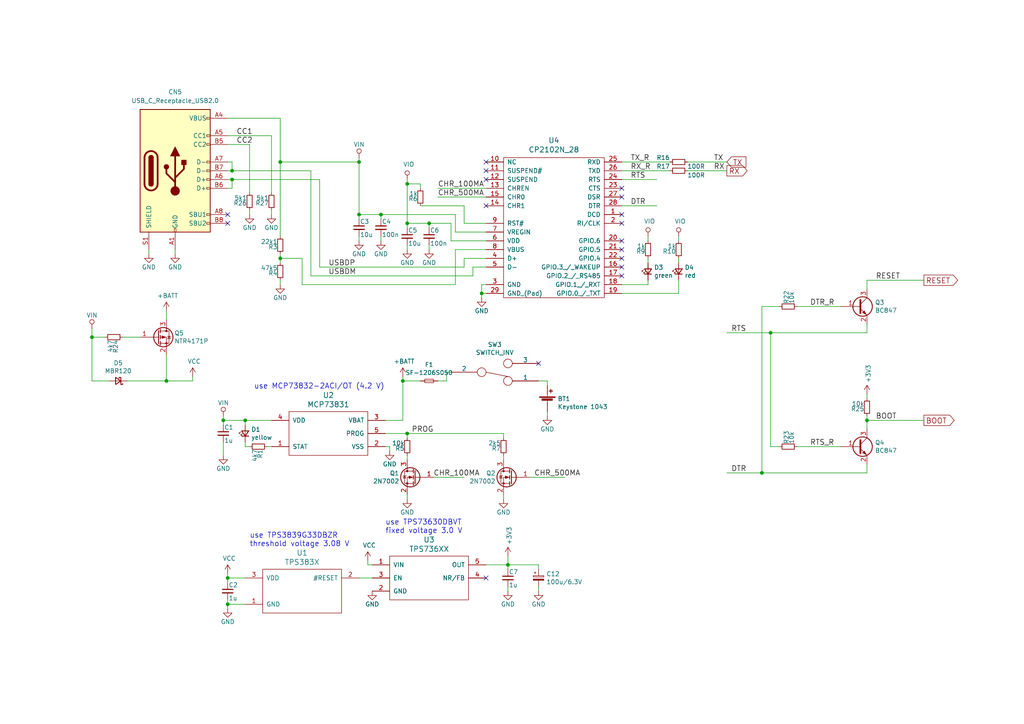
<source format=kicad_sch>
(kicad_sch (version 20211123) (generator eeschema)
  (paper "A4")
  (title_block (title "Sensornator") (date "2022-12-12") (rev "1.2") (company "generationmake") (comment 4 "This documentation describes Open Hardware and is licensed under the CERN OHL v. 1.2."))
  (lib_symbols
    (symbol "Connector:USB_C_Receptacle_USB2.0" (pin_names (offset 1.016))
      (property "Reference" "J" (at -10.16 19.05 0))
      (property "Value" "USB_C_Receptacle_USB2.0" (at 19.05 19.05 0))
      (symbol "USB_C_Receptacle_USB2.0_0_0"
        (rectangle (start -0.254 -17.78) (end 0.254 -16.764))
        (rectangle (start 10.16 -14.986) (end 9.144 -15.494))
        (rectangle (start 10.16 -12.446) (end 9.144 -12.954))
        (rectangle (start 10.16 -4.826) (end 9.144 -5.334))
        (rectangle (start 10.16 -2.286) (end 9.144 -2.794))
        (rectangle (start 10.16 0.254) (end 9.144 -0.254))
        (rectangle (start 10.16 2.794) (end 9.144 2.286))
        (rectangle (start 10.16 7.874) (end 9.144 7.366))
        (rectangle (start 10.16 10.414) (end 9.144 9.906))
        (rectangle (start 10.16 15.494) (end 9.144 14.986))
      )
      (symbol "USB_C_Receptacle_USB2.0_0_1"
        (rectangle (start -10.16 17.78) (end 10.16 -17.78) (stroke (width 0.254)) (fill (type background)))
        (arc (start -8.89 -3.81) (mid -6.985 -5.715) (end -5.08 -3.81) (stroke (width 0.508)))
        (arc (start -7.62 -3.81) (mid -6.985 -4.445) (end -6.35 -3.81) (stroke (width 0.254)))
        (arc (start -7.62 -3.81) (mid -6.985 -4.445) (end -6.35 -3.81) (stroke (width 0.254)) (fill (type outline)))
        (rectangle (start -7.62 -3.81) (end -6.35 3.81) (stroke (width 0.254)) (fill (type outline)))
        (arc (start -6.35 3.81) (mid -6.985 4.445) (end -7.62 3.81) (stroke (width 0.254)))
        (arc (start -6.35 3.81) (mid -6.985 4.445) (end -7.62 3.81) (stroke (width 0.254)) (fill (type outline)))
        (arc (start -5.08 3.81) (mid -6.985 5.715) (end -8.89 3.81) (stroke (width 0.508)))
        (circle (center -2.54 1.143) (radius 0.635) (stroke (width 0.254)) (fill (type outline)))
        (circle (center 0 -5.842) (radius 1.27) (fill (type outline)))
        (polyline (pts (xy -8.89 -3.81) (xy -8.89 3.81)) (stroke (width 0.508)))
        (polyline (pts (xy -5.08 3.81) (xy -5.08 -3.81)) (stroke (width 0.508)))
        (polyline (pts (xy 0 -5.842) (xy 0 4.318)) (stroke (width 0.508)))
        (polyline (pts (xy 0 -3.302) (xy -2.54 -0.762) (xy -2.54 0.508)) (stroke (width 0.508)))
        (polyline (pts (xy 0 -2.032) (xy 2.54 0.508) (xy 2.54 1.778)) (stroke (width 0.508)))
        (polyline (pts (xy -1.27 4.318) (xy 0 6.858) (xy 1.27 4.318) (xy -1.27 4.318)) (stroke (width 0.254)) (fill (type outline)))
        (rectangle (start 1.905 1.778) (end 3.175 3.048) (stroke (width 0.254)) (fill (type outline)))
      )
      (symbol "USB_C_Receptacle_USB2.0_1_1"
        (pin passive line (at 0 -22.86 90) (length 5.08) (name "GND") (number "A1"))
        (pin passive line (at 0 -22.86 90) (length 5.08) hide (name "GND") (number "A12"))
        (pin passive line (at 15.24 15.24 180) (length 5.08) (name "VBUS") (number "A4"))
        (pin bidirectional line (at 15.24 10.16 180) (length 5.08) (name "CC1") (number "A5"))
        (pin bidirectional line (at 15.24 -2.54 180) (length 5.08) (name "D+") (number "A6"))
        (pin bidirectional line (at 15.24 2.54 180) (length 5.08) (name "D-") (number "A7"))
        (pin bidirectional line (at 15.24 -12.7 180) (length 5.08) (name "SBU1") (number "A8"))
        (pin passive line (at 15.24 15.24 180) (length 5.08) hide (name "VBUS") (number "A9"))
        (pin passive line (at 0 -22.86 90) (length 5.08) hide (name "GND") (number "B1"))
        (pin passive line (at 0 -22.86 90) (length 5.08) hide (name "GND") (number "B12"))
        (pin passive line (at 15.24 15.24 180) (length 5.08) hide (name "VBUS") (number "B4"))
        (pin bidirectional line (at 15.24 7.62 180) (length 5.08) (name "CC2") (number "B5"))
        (pin bidirectional line (at 15.24 -5.08 180) (length 5.08) (name "D+") (number "B6"))
        (pin bidirectional line (at 15.24 0 180) (length 5.08) (name "D-") (number "B7"))
        (pin bidirectional line (at 15.24 -15.24 180) (length 5.08) (name "SBU2") (number "B8"))
        (pin passive line (at 15.24 15.24 180) (length 5.08) hide (name "VBUS") (number "B9"))
        (pin passive line (at -7.62 -22.86 90) (length 5.08) (name "SHIELD") (number "S1"))
      )
    )
    (symbol "Device:Battery_Cell" (pin_numbers hide) (pin_names (offset 0) hide)
      (property "Reference" "BT" (at 2.54 2.54 0))
      (property "Value" "Battery_Cell" (at 2.54 0 0))
      (symbol "Battery_Cell_0_1"
        (rectangle (start -2.286 1.778) (end 2.286 1.524) (fill (type outline)))
        (rectangle (start -1.5748 1.1938) (end 1.4732 0.6858) (fill (type outline)))
        (polyline (pts (xy 0 0.762) (xy 0 0)))
        (polyline (pts (xy 0 1.778) (xy 0 2.54)))
        (polyline (pts (xy 0.508 3.429) (xy 1.524 3.429)) (stroke (width 0.254)))
        (polyline (pts (xy 1.016 3.937) (xy 1.016 2.921)) (stroke (width 0.254)))
      )
      (symbol "Battery_Cell_1_1"
        (pin passive line (at 0 5.08 270) (length 2.54) (name "+") (number "1"))
        (pin passive line (at 0 -2.54 90) (length 2.54) (name "-") (number "2"))
      )
    )
    (symbol "Device:C_Polarized_Small" (pin_numbers hide) (pin_names (offset 0.254) hide)
      (property "Reference" "C" (at 0.254 1.778 0))
      (property "Value" "C_Polarized_Small" (at 0.254 -2.032 0))
      (symbol "C_Polarized_Small_0_1"
        (rectangle (start -1.524 -0.3048) (end 1.524 -0.6858) (fill (type outline)))
        (rectangle (start -1.524 0.6858) (end 1.524 0.3048))
        (polyline (pts (xy -1.27 1.524) (xy -0.762 1.524)))
        (polyline (pts (xy -1.016 1.27) (xy -1.016 1.778)))
      )
      (symbol "C_Polarized_Small_1_1"
        (pin passive line (at 0 2.54 270) (length 1.8542) (name "~") (number "1"))
        (pin passive line (at 0 -2.54 90) (length 1.8542) (name "~") (number "2"))
      )
    )
    (symbol "Device:C_Small" (pin_numbers hide) (pin_names (offset 0.254) hide)
      (property "Reference" "C" (at 0.254 1.778 0))
      (property "Value" "C_Small" (at 0.254 -2.032 0))
      (symbol "C_Small_0_1"
        (polyline (pts (xy -1.524 -0.508) (xy 1.524 -0.508)) (stroke (width 0.3302)))
        (polyline (pts (xy -1.524 0.508) (xy 1.524 0.508)) (stroke (width 0.3048)))
      )
      (symbol "C_Small_1_1"
        (pin passive line (at 0 2.54 270) (length 2.032) (name "~") (number "1"))
        (pin passive line (at 0 -2.54 90) (length 2.032) (name "~") (number "2"))
      )
    )
    (symbol "Device:D_Schottky_Small" (pin_numbers hide) (pin_names (offset 0.254) hide)
      (property "Reference" "D" (at -1.27 2.032 0))
      (property "Value" "D_Schottky_Small" (at -7.112 -2.032 0))
      (symbol "D_Schottky_Small_0_1"
        (polyline (pts (xy -0.762 0) (xy 0.762 0)))
        (polyline (pts (xy 0.762 -1.016) (xy -0.762 0) (xy 0.762 1.016) (xy 0.762 -1.016)) (stroke (width 0.254)))
        (polyline (pts (xy -1.27 0.762) (xy -1.27 1.016) (xy -0.762 1.016) (xy -0.762 -1.016) (xy -0.254 -1.016) (xy -0.254 -0.762)) (stroke (width 0.254)))
      )
      (symbol "D_Schottky_Small_1_1"
        (pin passive line (at -2.54 0 0) (length 1.778) (name "K") (number "1"))
        (pin passive line (at 2.54 0 180) (length 1.778) (name "A") (number "2"))
      )
    )
    (symbol "Device:Fuse_Small" (pin_numbers hide) (pin_names (offset 0.254) hide)
      (property "Reference" "F" (at 0 -1.524 0))
      (property "Value" "Fuse_Small" (at 0 1.524 0))
      (symbol "Fuse_Small_0_1"
        (rectangle (start -1.27 0.508) (end 1.27 -0.508))
        (polyline (pts (xy -1.27 0) (xy 1.27 0)))
      )
      (symbol "Fuse_Small_1_1"
        (pin passive line (at -2.54 0 0) (length 1.27) (name "~") (number "1"))
        (pin passive line (at 2.54 0 180) (length 1.27) (name "~") (number "2"))
      )
    )
    (symbol "Device:LED_Small" (pin_numbers hide) (pin_names (offset 0.254) hide)
      (property "Reference" "D" (at -1.27 3.175 0))
      (property "Value" "LED_Small" (at -4.445 -2.54 0))
      (symbol "LED_Small_0_1"
        (polyline (pts (xy -0.762 -1.016) (xy -0.762 1.016)) (stroke (width 0.254)))
        (polyline (pts (xy 1.016 0) (xy -0.762 0)))
        (polyline (pts (xy 0.762 -1.016) (xy -0.762 0) (xy 0.762 1.016) (xy 0.762 -1.016)) (stroke (width 0.254)))
        (polyline (pts (xy 0 0.762) (xy -0.508 1.27) (xy -0.254 1.27) (xy -0.508 1.27) (xy -0.508 1.016)))
        (polyline (pts (xy 0.508 1.27) (xy 0 1.778) (xy 0.254 1.778) (xy 0 1.778) (xy 0 1.524)))
      )
      (symbol "LED_Small_1_1"
        (pin passive line (at -2.54 0 0) (length 1.778) (name "K") (number "1"))
        (pin passive line (at 2.54 0 180) (length 1.778) (name "A") (number "2"))
      )
    )
    (symbol "Device:Q_NMOS_GSD" (pin_names (offset 0) hide)
      (property "Reference" "Q" (at 5.08 1.27 0))
      (property "Value" "Q_NMOS_GSD" (at 5.08 -1.27 0))
      (symbol "Q_NMOS_GSD_0_1"
        (polyline (pts (xy 0.254 0) (xy -2.54 0)))
        (polyline (pts (xy 0.254 1.905) (xy 0.254 -1.905)) (stroke (width 0.254)))
        (polyline (pts (xy 0.762 -1.27) (xy 0.762 -2.286)) (stroke (width 0.254)))
        (polyline (pts (xy 0.762 0.508) (xy 0.762 -0.508)) (stroke (width 0.254)))
        (polyline (pts (xy 0.762 2.286) (xy 0.762 1.27)) (stroke (width 0.254)))
        (polyline (pts (xy 2.54 2.54) (xy 2.54 1.778)))
        (polyline (pts (xy 2.54 -2.54) (xy 2.54 0) (xy 0.762 0)))
        (polyline (pts (xy 0.762 -1.778) (xy 3.302 -1.778) (xy 3.302 1.778) (xy 0.762 1.778)))
        (polyline (pts (xy 1.016 0) (xy 2.032 0.381) (xy 2.032 -0.381) (xy 1.016 0)) (fill (type outline)))
        (polyline (pts (xy 2.794 0.508) (xy 2.921 0.381) (xy 3.683 0.381) (xy 3.81 0.254)))
        (polyline (pts (xy 3.302 0.381) (xy 2.921 -0.254) (xy 3.683 -0.254) (xy 3.302 0.381)))
        (circle (center 1.651 0) (radius 2.794) (stroke (width 0.254)))
        (circle (center 2.54 -1.778) (radius 0.254) (fill (type outline)))
        (circle (center 2.54 1.778) (radius 0.254) (fill (type outline)))
      )
      (symbol "Q_NMOS_GSD_1_1"
        (pin input line (at -5.08 0 0) (length 2.54) (name "G") (number "1"))
        (pin passive line (at 2.54 -5.08 90) (length 2.54) (name "S") (number "2"))
        (pin passive line (at 2.54 5.08 270) (length 2.54) (name "D") (number "3"))
      )
    )
    (symbol "Device:Q_NPN_BEC" (pin_names (offset 0) hide)
      (property "Reference" "Q" (at 5.08 1.27 0))
      (property "Value" "Q_NPN_BEC" (at 5.08 -1.27 0))
      (symbol "Q_NPN_BEC_0_1"
        (polyline (pts (xy 0.635 0.635) (xy 2.54 2.54)))
        (polyline (pts (xy 0.635 -0.635) (xy 2.54 -2.54) (xy 2.54 -2.54)))
        (polyline (pts (xy 0.635 1.905) (xy 0.635 -1.905) (xy 0.635 -1.905)) (stroke (width 0.508)))
        (polyline (pts (xy 1.27 -1.778) (xy 1.778 -1.27) (xy 2.286 -2.286) (xy 1.27 -1.778) (xy 1.27 -1.778)) (fill (type outline)))
        (circle (center 1.27 0) (radius 2.8194) (stroke (width 0.254)))
      )
      (symbol "Q_NPN_BEC_1_1"
        (pin input line (at -5.08 0 0) (length 5.715) (name "B") (number "1"))
        (pin passive line (at 2.54 -5.08 90) (length 2.54) (name "E") (number "2"))
        (pin passive line (at 2.54 5.08 270) (length 2.54) (name "C") (number "3"))
      )
    )
    (symbol "Device:Q_PMOS_GSD" (pin_names (offset 0) hide)
      (property "Reference" "Q" (at 5.08 1.27 0))
      (property "Value" "Q_PMOS_GSD" (at 5.08 -1.27 0))
      (symbol "Q_PMOS_GSD_0_1"
        (polyline (pts (xy 0.254 0) (xy -2.54 0)))
        (polyline (pts (xy 0.254 1.905) (xy 0.254 -1.905)) (stroke (width 0.254)))
        (polyline (pts (xy 0.762 -1.27) (xy 0.762 -2.286)) (stroke (width 0.254)))
        (polyline (pts (xy 0.762 0.508) (xy 0.762 -0.508)) (stroke (width 0.254)))
        (polyline (pts (xy 0.762 2.286) (xy 0.762 1.27)) (stroke (width 0.254)))
        (polyline (pts (xy 2.54 2.54) (xy 2.54 1.778)))
        (polyline (pts (xy 2.54 -2.54) (xy 2.54 0) (xy 0.762 0)))
        (polyline (pts (xy 0.762 1.778) (xy 3.302 1.778) (xy 3.302 -1.778) (xy 0.762 -1.778)))
        (polyline (pts (xy 2.286 0) (xy 1.27 0.381) (xy 1.27 -0.381) (xy 2.286 0)) (fill (type outline)))
        (polyline (pts (xy 2.794 -0.508) (xy 2.921 -0.381) (xy 3.683 -0.381) (xy 3.81 -0.254)))
        (polyline (pts (xy 3.302 -0.381) (xy 2.921 0.254) (xy 3.683 0.254) (xy 3.302 -0.381)))
        (circle (center 1.651 0) (radius 2.794) (stroke (width 0.254)))
        (circle (center 2.54 -1.778) (radius 0.254) (fill (type outline)))
        (circle (center 2.54 1.778) (radius 0.254) (fill (type outline)))
      )
      (symbol "Q_PMOS_GSD_1_1"
        (pin input line (at -5.08 0 0) (length 2.54) (name "G") (number "1"))
        (pin passive line (at 2.54 -5.08 90) (length 2.54) (name "S") (number "2"))
        (pin passive line (at 2.54 5.08 270) (length 2.54) (name "D") (number "3"))
      )
    )
    (symbol "Device:R_Small" (pin_numbers hide) (pin_names (offset 0.254) hide)
      (property "Reference" "R" (at 0.762 0.508 0))
      (property "Value" "R_Small" (at 0.762 -1.016 0))
      (symbol "R_Small_0_1"
        (rectangle (start -0.762 1.778) (end 0.762 -1.778) (stroke (width 0.2032)))
      )
      (symbol "R_Small_1_1"
        (pin passive line (at 0 2.54 270) (length 0.762) (name "~") (number "1"))
        (pin passive line (at 0 -2.54 90) (length 0.762) (name "~") (number "2"))
      )
    )
    (symbol "power:+3V3" (power) (pin_names (offset 0))
      (property "Value" "+3V3" (at 0 3.556 0))
      (symbol "+3V3_0_1"
        (polyline (pts (xy -0.762 1.27) (xy 0 2.54)))
        (polyline (pts (xy 0 0) (xy 0 2.54)))
        (polyline (pts (xy 0 2.54) (xy 0.762 1.27)))
      )
      (symbol "+3V3_1_1"
        (pin power_in line (at 0 0 90) (length 0) hide (name "+3V3") (number "1"))
      )
    )
    (symbol "power:+BATT" (power) (pin_names (offset 0))
      (property "Value" "+BATT" (at 0 3.556 0))
      (symbol "+BATT_0_1"
        (polyline (pts (xy -0.762 1.27) (xy 0 2.54)))
        (polyline (pts (xy 0 0) (xy 0 2.54)))
        (polyline (pts (xy 0 2.54) (xy 0.762 1.27)))
      )
      (symbol "+BATT_1_1"
        (pin power_in line (at 0 0 90) (length 0) hide (name "+BATT") (number "1"))
      )
    )
    (symbol "power:GND" (power) (pin_names (offset 0))
      (property "Value" "GND" (at 0 -3.81 0))
      (symbol "GND_0_1"
        (polyline (pts (xy 0 0) (xy 0 -1.27) (xy 1.27 -1.27) (xy 0 -2.54) (xy -1.27 -1.27) (xy 0 -1.27)))
      )
      (symbol "GND_1_1"
        (pin power_in line (at 0 0 270) (length 0) hide (name "GND") (number "1"))
      )
    )
    (symbol "power:VCC" (power) (pin_names (offset 0))
      (property "Value" "VCC" (at 0 3.81 0))
      (symbol "VCC_0_1"
        (polyline (pts (xy -0.762 1.27) (xy 0 2.54)))
        (polyline (pts (xy 0 0) (xy 0 2.54)))
        (polyline (pts (xy 0 2.54) (xy 0.762 1.27)))
      )
      (symbol "VCC_1_1"
        (pin power_in line (at 0 0 90) (length 0) hide (name "VCC") (number "1"))
      )
    )
    (symbol "sensornator-rescue:CP2102N_28-IC_interface_usb" (pin_names (offset 1.016))
      (property "Reference" "U" (at -1.27 22.86 0))
      (property "Value" "CP2102N_28-IC_interface_usb" (at -2.54 -20.32 0))
      (symbol "CP2102N_28-IC_interface_usb_0_1"
        (rectangle (start -15.24 21.59) (end 13.97 -19.05))
      )
      (symbol "CP2102N_28-IC_interface_usb_1_1"
        (pin input line (at 19.05 5.08 180) (length 5.08) (name "DCD") (number "1"))
        (pin input line (at -20.32 20.32 0) (length 5.08) (name "NC") (number "10"))
        (pin input line (at -20.32 17.78 0) (length 5.08) (name "SUSPEND#") (number "11"))
        (pin input line (at -20.32 15.24 0) (length 5.08) (name "SUSPEND") (number "12"))
        (pin input line (at -20.32 12.7 0) (length 5.08) (name "CHREN") (number "13"))
        (pin input line (at -20.32 7.62 0) (length 5.08) (name "CHR1") (number "14"))
        (pin input line (at -20.32 10.16 0) (length 5.08) (name "CHR0") (number "15"))
        (pin input line (at 19.05 -10.16 180) (length 5.08) (name "GPIO.3_/_WAKEUP") (number "16"))
        (pin input line (at 19.05 -12.7 180) (length 5.08) (name "GPIO.2_/_RS485") (number "17"))
        (pin input line (at 19.05 -15.24 180) (length 5.08) (name "GPIO.1_/_RXT") (number "18"))
        (pin input line (at 19.05 -17.78 180) (length 5.08) (name "GPIO.0_/_TXT") (number "19"))
        (pin input line (at 19.05 2.54 180) (length 5.08) (name "RI/CLK") (number "2"))
        (pin input line (at 19.05 -2.54 180) (length 5.08) (name "GPIO.6") (number "20"))
        (pin input line (at 19.05 -5.08 180) (length 5.08) (name "GPIO.5") (number "21"))
        (pin input line (at 19.05 -7.62 180) (length 5.08) (name "GPIO.4") (number "22"))
        (pin input line (at 19.05 12.7 180) (length 5.08) (name "CTS") (number "23"))
        (pin input line (at 19.05 15.24 180) (length 5.08) (name "RTS") (number "24"))
        (pin input line (at 19.05 20.32 180) (length 5.08) (name "RXD") (number "25"))
        (pin input line (at 19.05 17.78 180) (length 5.08) (name "TXD") (number "26"))
        (pin input line (at 19.05 10.16 180) (length 5.08) (name "DSR") (number "27"))
        (pin input line (at 19.05 7.62 180) (length 5.08) (name "DTR") (number "28"))
        (pin input line (at -20.32 -17.78 0) (length 5.08) (name "GND_(Pad)") (number "29"))
        (pin input line (at -20.32 -15.24 0) (length 5.08) (name "GND") (number "3"))
        (pin input line (at -20.32 -7.62 0) (length 5.08) (name "D+") (number "4"))
        (pin input line (at -20.32 -10.16 0) (length 5.08) (name "D-") (number "5"))
        (pin input line (at -20.32 -2.54 0) (length 5.08) (name "VDD") (number "6"))
        (pin input line (at -20.32 0 0) (length 5.08) (name "VREGIN") (number "7"))
        (pin input line (at -20.32 -5.08 0) (length 5.08) (name "VBUS") (number "8"))
        (pin input line (at -20.32 2.54 0) (length 5.08) (name "RST#") (number "9"))
      )
    )
    (symbol "sensornator-rescue:MCP73831-IC_batterycharger" (pin_names (offset 1.016))
      (property "Reference" "U" (at -10.16 6.35 0))
      (property "Value" "MCP73831-IC_batterycharger" (at -6.35 -8.89 0))
      (symbol "MCP73831-IC_batterycharger_0_1"
        (rectangle (start -11.43 5.08) (end 11.43 -7.62))
      )
      (symbol "MCP73831-IC_batterycharger_1_1"
        (pin input line (at -16.51 -5.08 0) (length 5.08) (name "STAT") (number "1"))
        (pin input line (at 16.51 -5.08 180) (length 5.08) (name "VSS") (number "2"))
        (pin input line (at 16.51 2.54 180) (length 5.08) (name "VBAT") (number "3"))
        (pin input line (at -16.51 2.54 0) (length 5.08) (name "VDD") (number "4"))
        (pin input line (at 16.51 -1.27 180) (length 5.08) (name "PROG") (number "5"))
      )
    )
    (symbol "sensornator-rescue:SWITCH_INV-devices" (pin_numbers hide) (pin_names (offset 0))
      (property "Reference" "SW" (at -5.08 3.81 0))
      (property "Value" "SWITCH_INV-devices" (at -3.81 -3.81 0))
      (symbol "SWITCH_INV-devices_0_0"
        (circle (center -3.81 0) (radius 1.27))
        (circle (center 3.81 -2.54) (radius 1.27))
      )
      (symbol "SWITCH_INV-devices_0_1"
        (polyline (pts (xy -2.54 0) (xy 3.81 1.27)))
        (circle (center 3.81 2.54) (radius 1.27))
      )
      (symbol "SWITCH_INV-devices_1_1"
        (pin passive line (at 12.7 2.54 180) (length 7.62) (name "1") (number "1"))
        (pin passive line (at -12.7 0 0) (length 7.62) (name "2") (number "2"))
        (pin passive line (at 12.7 -2.54 180) (length 7.62) (name "3") (number "3"))
      )
    )
    (symbol "sensornator-rescue:TPS383X-IC_voltage_supervisor" (pin_names (offset 1.016))
      (property "Reference" "U" (at -10.16 6.35 0))
      (property "Value" "TPS383X-IC_voltage_supervisor" (at -6.35 -8.89 0))
      (symbol "TPS383X-IC_voltage_supervisor_0_1"
        (rectangle (start -11.43 5.08) (end 11.43 -7.62))
      )
      (symbol "TPS383X-IC_voltage_supervisor_1_1"
        (pin input line (at -16.51 -5.08 0) (length 5.08) (name "GND") (number "1"))
        (pin input line (at 16.51 2.54 180) (length 5.08) (name "#RESET") (number "2"))
        (pin input line (at -16.51 2.54 0) (length 5.08) (name "VDD") (number "3"))
      )
    )
    (symbol "sensornator-rescue:TPS736XX-voltage-regulators" (pin_names (offset 1.016))
      (property "Reference" "U" (at -10.16 6.35 0))
      (property "Value" "TPS736XX-voltage-regulators" (at -6.35 -8.89 0))
      (symbol "TPS736XX-voltage-regulators_0_1"
        (rectangle (start -11.43 5.08) (end 11.43 -7.62))
      )
      (symbol "TPS736XX-voltage-regulators_1_1"
        (pin input line (at -16.51 2.54 0) (length 5.08) (name "VIN") (number "1"))
        (pin input line (at -16.51 -5.08 0) (length 5.08) (name "GND") (number "2"))
        (pin input line (at -16.51 -1.27 0) (length 5.08) (name "EN") (number "3"))
        (pin input line (at 16.51 -1.27 180) (length 5.08) (name "NR/FB") (number "4"))
        (pin input line (at 16.51 2.54 180) (length 5.08) (name "OUT") (number "5"))
      )
    )
    (symbol "sensornator-rescue:VIN-power-supply" (power) (pin_names (offset 0))
      (property "Value" "VIN-power-supply" (at 0 3.81 0))
      (symbol "VIN-power-supply_0_1"
        (polyline (pts (xy 0 0) (xy 0 1.27)))
        (circle (center 0 1.905) (radius 0.635))
      )
      (symbol "VIN-power-supply_1_1"
        (pin power_in line (at 0 0 90) (length 0) hide (name "VIN") (number "1"))
      )
    )
    (symbol "sensornator-rescue:VIO-power-supply" (power) (pin_names (offset 0))
      (property "Value" "VIO-power-supply" (at 0 3.81 0))
      (symbol "VIO-power-supply_0_1"
        (polyline (pts (xy 0 0) (xy 0 1.27)))
        (circle (center 0 1.905) (radius 0.635))
      )
      (symbol "VIO-power-supply_1_1"
        (pin power_in line (at 0 0 90) (length 0) hide (name "VIO") (number "1"))
      )
    )
  )
  (junction (at 26.67 97.79))
  (junction (at 66.04 175.26))
  (junction (at 118.11 125.73))
  (junction (at 118.11 64.77))
  (junction (at 64.77 121.92))
  (junction (at 104.14 62.23))
  (junction (at 81.28 46.99))
  (junction (at 110.49 62.23))
  (junction (at 251.46 121.92))
  (junction (at 124.46 64.77))
  (junction (at 67.31 49.53))
  (junction (at 67.31 52.07))
  (junction (at 220.98 137.16))
  (junction (at 116.84 110.49))
  (junction (at 66.04 167.64))
  (junction (at 118.11 53.34))
  (junction (at 71.12 121.92))
  (junction (at 139.7 85.09))
  (junction (at 81.28 74.93))
  (junction (at 48.26 110.49))
  (junction (at 104.14 46.99))
  (junction (at 147.32 163.83))
  (junction (at 223.52 96.52))
  (no_connect (at 140.97 59.69))
  (no_connect (at 180.34 80.01))
  (no_connect (at 180.34 74.93))
  (no_connect (at 180.34 64.77))
  (no_connect (at 180.34 69.85))
  (no_connect (at 156.21 105.41))
  (no_connect (at 180.34 54.61))
  (no_connect (at 180.34 77.47))
  (no_connect (at 180.34 62.23))
  (no_connect (at 140.97 46.99))
  (no_connect (at 140.97 167.64))
  (no_connect (at 66.04 62.23))
  (no_connect (at 66.04 64.77))
  (no_connect (at 140.97 52.07))
  (no_connect (at 180.34 72.39))
  (no_connect (at 180.34 57.15))
  (no_connect (at 140.97 49.53))
  (wire (pts (xy 187.96 81.28) (xy 187.96 82.55)))
  (wire (pts (xy 81.28 74.93) (xy 81.28 73.66)))
  (wire (pts (xy 66.04 49.53) (xy 67.31 49.53)))
  (wire (pts (xy 66.04 175.26) (xy 71.12 175.26)))
  (wire (pts (xy 118.11 127) (xy 118.11 125.73)))
  (wire (pts (xy 92.71 77.47) (xy 92.71 52.07)))
  (wire (pts (xy 187.96 82.55) (xy 180.34 82.55)))
  (wire (pts (xy 124.46 72.39) (xy 124.46 71.12)))
  (wire (pts (xy 196.85 74.93) (xy 196.85 76.2)))
  (wire (pts (xy 156.21 170.18) (xy 156.21 171.45)))
  (wire (pts (xy 140.97 85.09) (xy 139.7 85.09)))
  (wire (pts (xy 140.97 74.93) (xy 134.62 74.93)))
  (wire (pts (xy 210.82 96.52) (xy 223.52 96.52)))
  (wire (pts (xy 140.97 64.77) (xy 134.62 64.77)))
  (wire (pts (xy 110.49 63.5) (xy 110.49 62.23)))
  (wire (pts (xy 118.11 72.39) (xy 118.11 71.12)))
  (wire (pts (xy 36.83 110.49) (xy 48.26 110.49)))
  (wire (pts (xy 220.98 88.9) (xy 220.98 137.16)))
  (wire (pts (xy 81.28 74.93) (xy 81.28 76.2)))
  (wire (pts (xy 66.04 34.29) (xy 81.28 34.29)))
  (wire (pts (xy 64.77 121.92) (xy 64.77 120.65)))
  (wire (pts (xy 90.17 49.53) (xy 90.17 80.01)))
  (wire (pts (xy 121.92 53.34) (xy 121.92 54.61)))
  (wire (pts (xy 110.49 68.58) (xy 110.49 69.85)))
  (wire (pts (xy 71.12 123.19) (xy 71.12 121.92)))
  (wire (pts (xy 223.52 129.54) (xy 226.06 129.54)))
  (wire (pts (xy 66.04 54.61) (xy 67.31 54.61)))
  (wire (pts (xy 118.11 144.78) (xy 118.11 143.51)))
  (wire (pts (xy 190.5 52.07) (xy 180.34 52.07)))
  (wire (pts (xy 251.46 121.92) (xy 251.46 124.46)))
  (wire (pts (xy 71.12 121.92) (xy 64.77 121.92)))
  (wire (pts (xy 251.46 96.52) (xy 251.46 93.98)))
  (wire (pts (xy 196.85 68.58) (xy 196.85 69.85)))
  (wire (pts (xy 132.08 82.55) (xy 87.63 82.55)))
  (wire (pts (xy 81.28 34.29) (xy 81.28 46.99)))
  (wire (pts (xy 118.11 64.77) (xy 124.46 64.77)))
  (wire (pts (xy 137.16 77.47) (xy 140.97 77.47)))
  (wire (pts (xy 251.46 114.3) (xy 251.46 115.57)))
  (wire (pts (xy 66.04 39.37) (xy 78.74 39.37)))
  (wire (pts (xy 127 54.61) (xy 140.97 54.61)))
  (wire (pts (xy 111.76 125.73) (xy 118.11 125.73)))
  (wire (pts (xy 140.97 163.83) (xy 147.32 163.83)))
  (wire (pts (xy 26.67 97.79) (xy 26.67 95.25)))
  (wire (pts (xy 194.31 49.53) (xy 180.34 49.53)))
  (wire (pts (xy 72.39 41.91) (xy 72.39 55.88)))
  (wire (pts (xy 137.16 80.01) (xy 137.16 77.47)))
  (wire (pts (xy 26.67 110.49) (xy 26.67 97.79)))
  (wire (pts (xy 134.62 64.77) (xy 134.62 59.69)))
  (wire (pts (xy 71.12 167.64) (xy 66.04 167.64)))
  (wire (pts (xy 132.08 67.31) (xy 132.08 62.23)))
  (wire (pts (xy 87.63 82.55) (xy 87.63 74.93)))
  (wire (pts (xy 77.47 129.54) (xy 78.74 129.54)))
  (wire (pts (xy 251.46 81.28) (xy 251.46 83.82)))
  (wire (pts (xy 72.39 129.54) (xy 71.12 129.54)))
  (wire (pts (xy 158.75 110.49) (xy 158.75 111.76)))
  (wire (pts (xy 104.14 69.85) (xy 104.14 68.58)))
  (wire (pts (xy 124.46 66.04) (xy 124.46 64.77)))
  (wire (pts (xy 223.52 96.52) (xy 223.52 129.54)))
  (wire (pts (xy 220.98 137.16) (xy 251.46 137.16)))
  (wire (pts (xy 140.97 67.31) (xy 132.08 67.31)))
  (wire (pts (xy 55.88 109.22) (xy 55.88 110.49)))
  (wire (pts (xy 92.71 52.07) (xy 67.31 52.07)))
  (wire (pts (xy 267.97 121.92) (xy 251.46 121.92)))
  (wire (pts (xy 72.39 60.96) (xy 72.39 62.23)))
  (wire (pts (xy 194.31 46.99) (xy 180.34 46.99)))
  (wire (pts (xy 31.75 110.49) (xy 26.67 110.49)))
  (wire (pts (xy 124.46 64.77) (xy 130.81 64.77)))
  (wire (pts (xy 118.11 133.35) (xy 118.11 132.08)))
  (wire (pts (xy 146.05 125.73) (xy 146.05 127)))
  (wire (pts (xy 104.14 46.99) (xy 104.14 62.23)))
  (wire (pts (xy 118.11 53.34) (xy 121.92 53.34)))
  (wire (pts (xy 130.81 64.77) (xy 130.81 69.85)))
  (wire (pts (xy 134.62 59.69) (xy 121.92 59.69)))
  (wire (pts (xy 156.21 110.49) (xy 158.75 110.49)))
  (wire (pts (xy 134.62 77.47) (xy 92.71 77.47)))
  (wire (pts (xy 118.11 64.77) (xy 118.11 53.34)))
  (wire (pts (xy 104.14 62.23) (xy 110.49 62.23)))
  (wire (pts (xy 118.11 125.73) (xy 146.05 125.73)))
  (wire (pts (xy 223.52 96.52) (xy 251.46 96.52)))
  (wire (pts (xy 139.7 82.55) (xy 139.7 85.09)))
  (wire (pts (xy 187.96 68.58) (xy 187.96 69.85)))
  (wire (pts (xy 67.31 49.53) (xy 90.17 49.53)))
  (wire (pts (xy 48.26 90.17) (xy 48.26 92.71)))
  (wire (pts (xy 226.06 88.9) (xy 220.98 88.9)))
  (wire (pts (xy 81.28 46.99) (xy 104.14 46.99)))
  (wire (pts (xy 116.84 109.22) (xy 116.84 110.49)))
  (wire (pts (xy 78.74 121.92) (xy 71.12 121.92)))
  (wire (pts (xy 118.11 53.34) (xy 118.11 52.07)))
  (wire (pts (xy 110.49 62.23) (xy 132.08 62.23)))
  (wire (pts (xy 106.68 163.83) (xy 106.68 162.56)))
  (wire (pts (xy 147.32 163.83) (xy 156.21 163.83)))
  (wire (pts (xy 67.31 52.07) (xy 66.04 52.07)))
  (wire (pts (xy 66.04 166.37) (xy 66.04 167.64)))
  (wire (pts (xy 146.05 132.08) (xy 146.05 133.35)))
  (wire (pts (xy 104.14 63.5) (xy 104.14 62.23)))
  (wire (pts (xy 107.95 167.64) (xy 104.14 167.64)))
  (wire (pts (xy 231.14 129.54) (xy 243.84 129.54)))
  (wire (pts (xy 163.83 138.43) (xy 153.67 138.43)))
  (wire (pts (xy 130.81 107.95) (xy 129.54 107.95)))
  (wire (pts (xy 78.74 60.96) (xy 78.74 62.23)))
  (wire (pts (xy 67.31 46.99) (xy 67.31 49.53)))
  (wire (pts (xy 90.17 80.01) (xy 137.16 80.01)))
  (wire (pts (xy 210.82 46.99) (xy 199.39 46.99)))
  (wire (pts (xy 66.04 46.99) (xy 67.31 46.99)))
  (wire (pts (xy 130.81 69.85) (xy 140.97 69.85)))
  (wire (pts (xy 210.82 137.16) (xy 220.98 137.16)))
  (wire (pts (xy 134.62 74.93) (xy 134.62 77.47)))
  (wire (pts (xy 132.08 72.39) (xy 132.08 82.55)))
  (wire (pts (xy 146.05 143.51) (xy 146.05 144.78)))
  (wire (pts (xy 187.96 74.93) (xy 187.96 76.2)))
  (wire (pts (xy 121.92 110.49) (xy 116.84 110.49)))
  (wire (pts (xy 116.84 110.49) (xy 116.84 121.92)))
  (wire (pts (xy 71.12 129.54) (xy 71.12 128.27)))
  (wire (pts (xy 64.77 128.27) (xy 64.77 132.08)))
  (wire (pts (xy 251.46 120.65) (xy 251.46 121.92)))
  (wire (pts (xy 190.5 59.69) (xy 180.34 59.69)))
  (wire (pts (xy 66.04 167.64) (xy 66.04 168.91)))
  (wire (pts (xy 55.88 110.49) (xy 48.26 110.49)))
  (wire (pts (xy 111.76 129.54) (xy 113.03 129.54)))
  (wire (pts (xy 66.04 175.26) (xy 66.04 176.53)))
  (wire (pts (xy 267.97 81.28) (xy 251.46 81.28)))
  (wire (pts (xy 67.31 54.61) (xy 67.31 52.07)))
  (wire (pts (xy 196.85 81.28) (xy 196.85 85.09)))
  (wire (pts (xy 156.21 163.83) (xy 156.21 165.1)))
  (wire (pts (xy 66.04 41.91) (xy 72.39 41.91)))
  (wire (pts (xy 40.64 97.79) (xy 35.56 97.79)))
  (wire (pts (xy 140.97 72.39) (xy 132.08 72.39)))
  (wire (pts (xy 104.14 45.72) (xy 104.14 46.99)))
  (wire (pts (xy 134.62 138.43) (xy 125.73 138.43)))
  (wire (pts (xy 81.28 68.58) (xy 81.28 46.99)))
  (wire (pts (xy 66.04 173.99) (xy 66.04 175.26)))
  (wire (pts (xy 127 57.15) (xy 140.97 57.15)))
  (wire (pts (xy 210.82 49.53) (xy 199.39 49.53)))
  (wire (pts (xy 78.74 39.37) (xy 78.74 55.88)))
  (wire (pts (xy 48.26 110.49) (xy 48.26 102.87)))
  (wire (pts (xy 129.54 107.95) (xy 129.54 110.49)))
  (wire (pts (xy 231.14 88.9) (xy 243.84 88.9)))
  (wire (pts (xy 107.95 163.83) (xy 106.68 163.83)))
  (wire (pts (xy 127 110.49) (xy 129.54 110.49)))
  (wire (pts (xy 111.76 121.92) (xy 116.84 121.92)))
  (wire (pts (xy 81.28 81.28) (xy 81.28 82.55)))
  (wire (pts (xy 139.7 85.09) (xy 139.7 86.36)))
  (wire (pts (xy 196.85 85.09) (xy 180.34 85.09)))
  (wire (pts (xy 147.32 171.45) (xy 147.32 170.18)))
  (wire (pts (xy 158.75 119.38) (xy 158.75 120.65)))
  (wire (pts (xy 147.32 163.83) (xy 147.32 161.29)))
  (wire (pts (xy 64.77 123.19) (xy 64.77 121.92)))
  (wire (pts (xy 50.8 72.39) (xy 50.8 73.66)))
  (wire (pts (xy 30.48 97.79) (xy 26.67 97.79)))
  (wire (pts (xy 113.03 129.54) (xy 113.03 130.81)))
  (wire (pts (xy 251.46 137.16) (xy 251.46 134.62)))
  (wire (pts (xy 147.32 165.1) (xy 147.32 163.83)))
  (wire (pts (xy 140.97 82.55) (xy 139.7 82.55)))
  (wire (pts (xy 43.18 72.39) (xy 43.18 73.66)))
  (wire (pts (xy 118.11 66.04) (xy 118.11 64.77)))
  (wire (pts (xy 87.63 74.93) (xy 81.28 74.93)))
  (text "use MCP73832-2ACI/OT (4.2 V)" (at 73.66 113.03 0) (effects (font (size 1.524 1.524)) (justify left bottom)))
  (text "use TPS3839G33DBZR\nthreshold voltage 3.08 V" (at 72.39 158.75 0) (effects (font (size 1.524 1.524)) (justify left bottom)))
  (text "use TPS73630DBVT\nfixed voltage 3.0 V" (at 111.76 154.94 0) (effects (font (size 1.524 1.524)) (justify left bottom)))
  (label "DTR_R" (at 234.95 88.9 0) (effects (font (size 1.524 1.524))))
  (label "USBDP" (at 95.25 77.47 0) (effects (font (size 1.524 1.524))))
  (label "RTS" (at 182.88 52.07 0) (effects (font (size 1.524 1.524))))
  (label "CHR_100MA" (at 125.73 138.43 0) (effects (font (size 1.524 1.524))))
  (label "PROG" (at 119.38 125.73 0) (effects (font (size 1.524 1.524))))
  (label "RTS" (at 212.09 96.52 0) (effects (font (size 1.524 1.524))))
  (label "RTS_R" (at 234.95 129.54 0) (effects (font (size 1.524 1.524))))
  (label "CHR_500MA" (at 154.94 138.43 0) (effects (font (size 1.524 1.524))))
  (label "RESET" (at 254 81.28 0) (effects (font (size 1.524 1.524))))
  (label "RX" (at 207.01 49.53 0) (effects (font (size 1.524 1.524))))
  (label "DTR" (at 182.88 59.69 0) (effects (font (size 1.524 1.524))))
  (label "CHR_500MA" (at 127 57.15 0) (effects (font (size 1.524 1.524))))
  (label "TX_R" (at 182.88 46.99 0) (effects (font (size 1.524 1.524))))
  (label "CC1" (at 68.58 39.37 0) (effects (font (size 1.524 1.524))))
  (label "BOOT" (at 254 121.92 0) (effects (font (size 1.524 1.524))))
  (label "CHR_100MA" (at 127 54.61 0) (effects (font (size 1.524 1.524))))
  (label "DTR" (at 212.09 137.16 0) (effects (font (size 1.524 1.524))))
  (label "RX_R" (at 182.88 49.53 0) (effects (font (size 1.524 1.524))))
  (label "CC2" (at 68.58 41.91 0) (effects (font (size 1.524 1.524))))
  (label "TX" (at 207.01 46.99 0) (effects (font (size 1.524 1.524))))
  (label "USBDM" (at 95.25 80.01 0) (effects (font (size 1.524 1.524))))
  (global_label "BOOT" (shape output) (at 267.97 121.92 0) (effects (font (size 1.524 1.524))) (property "Referenzen zwischen Schaltplänen" "${INTERSHEET_REFS}" (effects hide)))
  (global_label "RESET" (shape output) (at 267.97 81.28 0) (effects (font (size 1.524 1.524))) (property "Referenzen zwischen Schaltplänen" "${INTERSHEET_REFS}" (effects hide)))
  (global_label "RX" (shape output) (at 210.82 49.53 0) (effects (font (size 1.524 1.524))) (property "Referenzen zwischen Schaltplänen" "${INTERSHEET_REFS}" (effects hide)))
  (global_label "TX" (shape input) (at 210.82 46.99 0) (effects (font (size 1.524 1.524))) (property "Referenzen zwischen Schaltplänen" "${INTERSHEET_REFS}" (effects hide)))
  (symbol (lib_id "Device:C_Polarized_Small") (at 156.21 167.64 0) (unit 1)
    (property "Reference" "C12" (at 158.4452 166.4716 0) (effects (justify left)))
    (property "Value" "100u/6.3V" (at 158.4452 168.783 0) (effects (justify left)))
    (property "Footprint" "Capacitor_Tantalum_SMD:CP_EIA-7343-31_Kemet-D" (effects hide))
  )
  (symbol (lib_id "power:GND") (at 156.21 171.45 0) (unit 1)
    (property "Reference" "#PWR01" (effects hide))
    (property "Value" "GND" (at 156.21 175.26 0))
  )
  (symbol (lib_id "sensornator-rescue:SWITCH_INV-devices") (at 143.51 107.95 0) (mirror x) (unit 1)
    (property "Reference" "SW3" (at 143.51 99.949 0))
    (property "Value" "SWITCH_INV" (at 143.51 102.2604 0))
    (property "Footprint" "mechanical-switches:WE_450404015514" (effects hide))
  )
  (symbol (lib_id "power:GND") (at 43.18 73.66 0) (unit 1)
    (property "Reference" "#PWR0105" (effects hide))
    (property "Value" "GND" (at 43.18 77.47 0))
  )
  (symbol (lib_id "power:GND") (at 50.8 73.66 0) (unit 1)
    (property "Reference" "#PWR0106" (effects hide))
    (property "Value" "GND" (at 50.8 77.47 0))
  )
  (symbol (lib_id "sensornator-rescue:CP2102N_28-IC_interface_usb") (at 161.29 67.31 0) (unit 1)
    (property "Reference" "U4" (at 160.655 40.7162 0) (effects (font (size 1.524 1.524))))
    (property "Value" "CP2102N_28" (at 160.655 43.4086 0) (effects (font (size 1.524 1.524))))
    (property "Footprint" "Package_DFN_QFN:QFN-28-1EP_5x5mm_P0.5mm_EP3.35x3.35mm" (effects hide))
  )
  (symbol (lib_id "Device:C_Small") (at 104.14 66.04 0) (unit 1)
    (property "Reference" "C3" (at 104.394 64.262 0) (effects (justify left)))
    (property "Value" "10u" (at 104.394 68.072 0) (effects (justify left)))
    (property "Footprint" "Capacitor_SMD:C_0603_1608Metric" (effects hide))
  )
  (symbol (lib_id "Device:C_Small") (at 110.49 66.04 0) (unit 1)
    (property "Reference" "C4" (at 110.744 64.262 0) (effects (justify left)))
    (property "Value" "100n" (at 110.744 68.072 0) (effects (justify left)))
    (property "Footprint" "Capacitor_SMD:C_0603_1608Metric" (effects hide))
  )
  (symbol (lib_id "power:GND") (at 110.49 69.85 0) (unit 1)
    (property "Reference" "#PWR0107" (effects hide))
    (property "Value" "GND" (at 110.49 73.66 0))
  )
  (symbol (lib_id "power:GND") (at 104.14 69.85 0) (unit 1)
    (property "Reference" "#PWR0108" (effects hide))
    (property "Value" "GND" (at 104.14 73.66 0))
  )
  (symbol (lib_id "Device:C_Small") (at 124.46 68.58 0) (unit 1)
    (property "Reference" "C6" (at 124.714 66.802 0) (effects (justify left)))
    (property "Value" "100n" (at 124.714 70.612 0) (effects (justify left)))
    (property "Footprint" "Capacitor_SMD:C_0603_1608Metric" (effects hide))
  )
  (symbol (lib_id "Device:C_Small") (at 118.11 68.58 0) (unit 1)
    (property "Reference" "C5" (at 118.364 66.802 0) (effects (justify left)))
    (property "Value" "10u" (at 118.364 70.612 0) (effects (justify left)))
    (property "Footprint" "Capacitor_SMD:C_0603_1608Metric" (effects hide))
  )
  (symbol (lib_id "power:GND") (at 124.46 72.39 0) (unit 1)
    (property "Reference" "#PWR0109" (effects hide))
    (property "Value" "GND" (at 124.46 76.2 0))
  )
  (symbol (lib_id "power:GND") (at 118.11 72.39 0) (unit 1)
    (property "Reference" "#PWR0110" (effects hide))
    (property "Value" "GND" (at 118.11 76.2 0))
  )
  (symbol (lib_id "power:GND") (at 139.7 86.36 0) (unit 1)
    (property "Reference" "#PWR0111" (effects hide))
    (property "Value" "GND" (at 139.7 90.17 0))
  )
  (symbol (lib_id "Device:R_Small") (at 81.28 71.12 180) (unit 1)
    (property "Reference" "R3" (at 80.518 71.628 0) (effects (justify left)))
    (property "Value" "22k1" (at 80.518 70.104 0) (effects (justify left)))
    (property "Footprint" "Resistor_SMD:R_0603_1608Metric" (effects hide))
  )
  (symbol (lib_id "Device:R_Small") (at 81.28 78.74 180) (unit 1)
    (property "Reference" "R4" (at 80.518 79.248 0) (effects (justify left)))
    (property "Value" "47k5" (at 80.518 77.724 0) (effects (justify left)))
    (property "Footprint" "Resistor_SMD:R_0603_1608Metric" (effects hide))
  )
  (symbol (lib_id "power:GND") (at 81.28 82.55 0) (unit 1)
    (property "Reference" "#PWR0112" (effects hide))
    (property "Value" "GND" (at 81.28 86.36 0))
  )
  (symbol (lib_id "Device:R_Small") (at 121.92 57.15 180) (unit 1)
    (property "Reference" "R6" (at 121.158 57.658 0) (effects (justify left)))
    (property "Value" "1k" (at 121.158 56.134 0) (effects (justify left)))
    (property "Footprint" "Resistor_SMD:R_0603_1608Metric" (effects hide))
  )
  (symbol (lib_id "Device:LED_Small") (at 187.96 78.74 90) (unit 1)
    (property "Reference" "D3" (at 189.6872 77.5716 90) (effects (justify right)))
    (property "Value" "green" (at 189.6872 79.883 90) (effects (justify right)))
    (property "Footprint" "LED_SMD:LED_0603_1608Metric" (effects hide))
  )
  (symbol (lib_id "Device:LED_Small") (at 196.85 78.74 90) (unit 1)
    (property "Reference" "D4" (at 198.5772 77.5716 90) (effects (justify right)))
    (property "Value" "red" (at 198.5772 79.883 90) (effects (justify right)))
    (property "Footprint" "LED_SMD:LED_0603_1608Metric" (effects hide))
  )
  (symbol (lib_id "Device:R_Small") (at 187.96 72.39 180) (unit 1)
    (property "Reference" "R9" (at 187.198 72.898 0) (effects (justify left)))
    (property "Value" "1k" (at 187.198 71.374 0) (effects (justify left)))
    (property "Footprint" "Resistor_SMD:R_0603_1608Metric" (effects hide))
  )
  (symbol (lib_id "Device:R_Small") (at 196.85 72.39 180) (unit 1)
    (property "Reference" "R10" (at 196.088 72.898 0) (effects (justify left)))
    (property "Value" "1k" (at 196.088 71.374 0) (effects (justify left)))
    (property "Footprint" "Resistor_SMD:R_0603_1608Metric" (effects hide))
  )
  (symbol (lib_id "sensornator-rescue:VIN-power-supply") (at 104.14 45.72 0) (unit 1)
    (property "Reference" "#PWR0113" (effects hide))
    (property "Value" "VIN" (at 104.14 41.91 0))
  )
  (symbol (lib_id "sensornator-rescue:VIO-power-supply") (at 118.11 52.07 0) (unit 1)
    (property "Reference" "#PWR0114" (effects hide))
    (property "Value" "VIO" (at 118.5418 47.6758 0))
  )
  (symbol (lib_id "sensornator-rescue:VIO-power-supply") (at 187.96 68.58 0) (unit 1)
    (property "Reference" "#PWR0115" (effects hide))
    (property "Value" "VIO" (at 188.3918 64.1858 0))
  )
  (symbol (lib_id "sensornator-rescue:VIO-power-supply") (at 196.85 68.58 0) (unit 1)
    (property "Reference" "#PWR0116" (effects hide))
    (property "Value" "VIO" (at 197.2818 64.1858 0))
  )
  (symbol (lib_id "Device:R_Small") (at 196.85 46.99 90) (unit 1)
    (property "Reference" "R16" (at 194.31 45.72 90) (effects (justify left)))
    (property "Value" "100R" (at 204.47 48.26 90) (effects (justify left)))
    (property "Footprint" "Resistor_SMD:R_0603_1608Metric" (effects hide))
  )
  (symbol (lib_id "Device:R_Small") (at 196.85 49.53 90) (unit 1)
    (property "Reference" "R17" (at 194.31 48.26 90) (effects (justify left)))
    (property "Value" "100R" (at 204.47 50.8 90) (effects (justify left)))
    (property "Footprint" "Resistor_SMD:R_0603_1608Metric" (effects hide))
  )
  (symbol (lib_id "Device:C_Small") (at 66.04 171.45 0) (unit 1)
    (property "Reference" "C2" (at 66.294 169.672 0) (effects (justify left)))
    (property "Value" "1u" (at 66.294 173.482 0) (effects (justify left)))
    (property "Footprint" "Capacitor_SMD:C_0603_1608Metric" (effects hide))
  )
  (symbol (lib_id "Device:C_Small") (at 147.32 167.64 0) (unit 1)
    (property "Reference" "C7" (at 147.574 165.862 0) (effects (justify left)))
    (property "Value" "1u" (at 147.574 169.672 0) (effects (justify left)))
    (property "Footprint" "Capacitor_SMD:C_0603_1608Metric" (effects hide))
  )
  (symbol (lib_id "power:GND") (at 147.32 171.45 0) (unit 1)
    (property "Reference" "#PWR0117" (effects hide))
    (property "Value" "GND" (at 147.32 175.26 0))
  )
  (symbol (lib_id "power:GND") (at 66.04 176.53 0) (unit 1)
    (property "Reference" "#PWR0118" (effects hide))
    (property "Value" "GND" (at 66.04 180.34 0))
  )
  (symbol (lib_id "power:+3V3") (at 147.32 161.29 0) (unit 1)
    (property "Reference" "#PWR0119" (effects hide))
    (property "Value" "+3V3" (at 147.701 158.0388 90) (effects (justify left)))
  )
  (symbol (lib_id "power:GND") (at 107.95 171.45 0) (unit 1)
    (property "Reference" "#PWR0120" (effects hide))
    (property "Value" "GND" (at 107.95 175.26 0))
  )
  (symbol (lib_id "Device:R_Small") (at 74.93 129.54 270) (unit 1)
    (property "Reference" "R1" (at 75.438 130.302 0) (effects (justify left)))
    (property "Value" "4k7" (at 73.914 130.302 0) (effects (justify left)))
    (property "Footprint" "Resistor_SMD:R_0603_1608Metric" (effects hide))
  )
  (symbol (lib_id "Device:LED_Small") (at 71.12 125.73 90) (unit 1)
    (property "Reference" "D1" (at 72.8472 124.5616 90) (effects (justify right)))
    (property "Value" "yellow" (at 72.8472 126.873 90) (effects (justify right)))
    (property "Footprint" "LED_SMD:LED_0603_1608Metric" (effects hide))
  )
  (symbol (lib_id "power:GND") (at 113.03 130.81 0) (unit 1)
    (property "Reference" "#PWR0121" (effects hide))
    (property "Value" "GND" (at 113.03 134.62 0))
  )
  (symbol (lib_id "sensornator-rescue:VIN-power-supply") (at 64.77 120.65 0) (unit 1)
    (property "Reference" "#PWR0122" (effects hide))
    (property "Value" "VIN" (at 64.77 116.84 0))
  )
  (symbol (lib_id "sensornator-rescue:TPS383X-IC_voltage_supervisor") (at 87.63 170.18 0) (unit 1)
    (property "Reference" "U1" (at 87.63 160.3502 0) (effects (font (size 1.524 1.524))))
    (property "Value" "TPS383X" (at 87.63 163.0426 0) (effects (font (size 1.524 1.524))))
    (property "Footprint" "Package_TO_SOT_SMD:SOT-23" (effects hide))
  )
  (symbol (lib_id "sensornator-rescue:TPS736XX-voltage-regulators") (at 124.46 166.37 0) (unit 1)
    (property "Reference" "U3" (at 124.46 156.5402 0) (effects (font (size 1.524 1.524))))
    (property "Value" "TPS736XX" (at 124.46 159.2326 0) (effects (font (size 1.524 1.524))))
    (property "Footprint" "Package_TO_SOT_SMD:SOT-23-5" (effects hide))
  )
  (symbol (lib_id "sensornator-rescue:MCP73831-IC_batterycharger") (at 95.25 124.46 0) (unit 1)
    (property "Reference" "U2" (at 95.25 114.6302 0) (effects (font (size 1.524 1.524))))
    (property "Value" "MCP73831" (at 95.25 117.3226 0) (effects (font (size 1.524 1.524))))
    (property "Footprint" "Package_TO_SOT_SMD:SOT-23-5" (effects hide))
  )
  (symbol (lib_id "Device:C_Small") (at 64.77 125.73 0) (unit 1)
    (property "Reference" "C1" (at 65.024 123.952 0) (effects (justify left)))
    (property "Value" "1u" (at 65.024 127.762 0) (effects (justify left)))
    (property "Footprint" "Capacitor_SMD:C_0603_1608Metric" (effects hide))
  )
  (symbol (lib_id "power:GND") (at 64.77 132.08 0) (unit 1)
    (property "Reference" "#PWR0125" (effects hide))
    (property "Value" "GND" (at 64.77 135.89 0))
  )
  (symbol (lib_id "Device:Q_NMOS_GSD") (at 120.65 138.43 0) (mirror y) (unit 1)
    (property "Reference" "Q1" (at 115.7986 137.2616 0) (effects (justify left)))
    (property "Value" "2N7002" (at 115.7986 139.573 0) (effects (justify left)))
    (property "Footprint" "Package_TO_SOT_SMD:SOT-23" (effects hide))
  )
  (symbol (lib_id "Device:Q_NMOS_GSD") (at 148.59 138.43 0) (mirror y) (unit 1)
    (property "Reference" "Q2" (at 143.7386 137.2616 0) (effects (justify left)))
    (property "Value" "2N7002" (at 143.7386 139.573 0) (effects (justify left)))
    (property "Footprint" "Package_TO_SOT_SMD:SOT-23" (effects hide))
  )
  (symbol (lib_id "Device:R_Small") (at 118.11 129.54 180) (unit 1)
    (property "Reference" "R5" (at 117.348 130.048 0) (effects (justify left)))
    (property "Value" "10k" (at 117.348 128.524 0) (effects (justify left)))
    (property "Footprint" "Resistor_SMD:R_0603_1608Metric" (effects hide))
  )
  (symbol (lib_id "Device:R_Small") (at 146.05 129.54 180) (unit 1)
    (property "Reference" "R7" (at 145.288 130.048 0) (effects (justify left)))
    (property "Value" "2k5" (at 145.288 128.524 0) (effects (justify left)))
    (property "Footprint" "Resistor_SMD:R_0603_1608Metric" (effects hide))
  )
  (symbol (lib_id "power:GND") (at 118.11 144.78 0) (unit 1)
    (property "Reference" "#PWR0126" (effects hide))
    (property "Value" "GND" (at 118.11 148.59 0))
  )
  (symbol (lib_id "power:GND") (at 146.05 144.78 0) (unit 1)
    (property "Reference" "#PWR0127" (effects hide))
    (property "Value" "GND" (at 146.05 148.59 0))
  )
  (symbol (lib_id "power:+BATT") (at 116.84 109.22 0) (unit 1)
    (property "Reference" "#PWR0128" (effects hide))
    (property "Value" "+BATT" (at 117.221 104.8258 0))
  )
  (symbol (lib_id "Device:Battery_Cell") (at 158.75 116.84 0) (unit 1)
    (property "Reference" "BT1" (at 161.7472 115.6716 0) (effects (justify left)))
    (property "Value" "Keystone 1043" (at 161.7472 117.983 0) (effects (justify left)))
    (property "Footprint" "MECH_battery_holder:KEYSTONE_1043" (effects hide))
  )
  (symbol (lib_id "Device:Fuse_Small") (at 124.46 110.49 0) (unit 1)
    (property "Reference" "F1" (at 124.46 105.791 0))
    (property "Value" "SF-1206S050" (at 124.46 108.1024 0))
    (property "Footprint" "Fuse:Fuse_1206_3216Metric" (effects hide))
  )
  (symbol (lib_id "power:GND") (at 158.75 120.65 0) (unit 1)
    (property "Reference" "#PWR0129" (effects hide))
    (property "Value" "GND" (at 158.75 124.46 0))
  )
  (symbol (lib_id "Device:Q_NPN_BEC") (at 248.92 88.9 0) (unit 1)
    (property "Reference" "Q3" (at 253.7714 87.7316 0) (effects (justify left)))
    (property "Value" "BC847" (at 253.7714 90.043 0) (effects (justify left)))
    (property "Footprint" "Package_TO_SOT_SMD:SOT-23" (effects hide))
  )
  (symbol (lib_id "Device:R_Small") (at 228.6 88.9 90) (unit 1)
    (property "Reference" "R22" (at 228.092 88.138 0) (effects (justify left)))
    (property "Value" "10k" (at 229.616 88.138 0) (effects (justify left)))
    (property "Footprint" "Resistor_SMD:R_0603_1608Metric" (effects hide))
  )
  (symbol (lib_id "Device:Q_NPN_BEC") (at 248.92 129.54 0) (unit 1)
    (property "Reference" "Q4" (at 253.7714 128.3716 0) (effects (justify left)))
    (property "Value" "BC847" (at 253.7714 130.683 0) (effects (justify left)))
    (property "Footprint" "Package_TO_SOT_SMD:SOT-23" (effects hide))
  )
  (symbol (lib_id "Device:R_Small") (at 228.6 129.54 90) (unit 1)
    (property "Reference" "R23" (at 228.092 128.778 0) (effects (justify left)))
    (property "Value" "10k" (at 229.616 128.778 0) (effects (justify left)))
    (property "Footprint" "Resistor_SMD:R_0603_1608Metric" (effects hide))
  )
  (symbol (lib_id "Device:Q_PMOS_GSD") (at 45.72 97.79 0) (unit 1)
    (property "Reference" "Q5" (at 50.5714 96.6216 0) (effects (justify left)))
    (property "Value" "NTR4171P" (at 50.5714 98.933 0) (effects (justify left)))
    (property "Footprint" "Package_TO_SOT_SMD:SOT-23" (effects hide))
  )
  (symbol (lib_id "sensornator-rescue:VIN-power-supply") (at 26.67 95.25 0) (unit 1)
    (property "Reference" "#PWR05" (effects hide))
    (property "Value" "VIN" (at 26.67 91.44 0))
  )
  (symbol (lib_id "power:+BATT") (at 48.26 90.17 0) (unit 1)
    (property "Reference" "#PWR04" (effects hide))
    (property "Value" "+BATT" (at 48.641 85.7758 0))
  )
  (symbol (lib_id "power:VCC") (at 55.88 109.22 0) (unit 1)
    (property "Reference" "#PWR06" (effects hide))
    (property "Value" "VCC" (at 56.3118 104.8258 0))
  )
  (symbol (lib_id "Device:R_Small") (at 33.02 97.79 270) (unit 1)
    (property "Reference" "R24" (at 33.528 98.552 0) (effects (justify left)))
    (property "Value" "4k7" (at 32.004 98.552 0) (effects (justify left)))
    (property "Footprint" "Resistor_SMD:R_0603_1608Metric" (effects hide))
  )
  (symbol (lib_id "power:VCC") (at 66.04 166.37 0) (unit 1)
    (property "Reference" "#PWR09" (effects hide))
    (property "Value" "VCC" (at 66.4718 161.9758 0))
  )
  (symbol (lib_id "power:VCC") (at 106.68 162.56 0) (unit 1)
    (property "Reference" "#PWR08" (effects hide))
    (property "Value" "VCC" (at 107.1118 158.1658 0))
  )
  (symbol (lib_id "Device:D_Schottky_Small") (at 34.29 110.49 180) (unit 1)
    (property "Reference" "D5" (at 34.29 105.283 0))
    (property "Value" "MBR120" (at 34.29 107.5944 0))
    (property "Footprint" "Diode_SMD:D_SOD-123" (effects hide))
  )
  (symbol (lib_id "Connector:USB_C_Receptacle_USB2.0") (at 50.8 49.53 0) (unit 1)
    (property "Reference" "CN5" (at 50.8 26.67 0))
    (property "Value" "USB_C_Receptacle_USB2.0" (at 50.8 29.21 0))
    (property "Footprint" "Connector_USB:USB_C_Receptacle_Amphenol_12401610E4-2A" (effects hide))
    (property "Datasheet" "https://www.usb.org/sites/default/files/documents/usb_type-c.zip" (effects hide))
  )
  (symbol (lib_id "Device:R_Small") (at 78.74 58.42 180) (unit 1)
    (property "Reference" "R27" (at 77.978 58.928 0) (effects (justify left)))
    (property "Value" "5k1" (at 77.978 57.404 0) (effects (justify left)))
    (property "Footprint" "Resistor_SMD:R_0603_1608Metric" (effects hide))
  )
  (symbol (lib_id "Device:R_Small") (at 72.39 58.42 180) (unit 1)
    (property "Reference" "R26" (at 71.628 58.928 0) (effects (justify left)))
    (property "Value" "5k1" (at 71.628 57.404 0) (effects (justify left)))
    (property "Footprint" "Resistor_SMD:R_0603_1608Metric" (effects hide))
  )
  (symbol (lib_id "power:GND") (at 78.74 62.23 0) (unit 1)
    (property "Reference" "#PWR037" (effects hide))
    (property "Value" "GND" (at 78.74 66.04 0))
  )
  (symbol (lib_id "Device:R_Small") (at 251.46 118.11 180) (unit 1)
    (property "Reference" "R25" (at 250.698 118.618 0) (effects (justify left)))
    (property "Value" "10k" (at 250.698 117.094 0) (effects (justify left)))
    (property "Footprint" "Resistor_SMD:R_0603_1608Metric" (effects hide))
  )
  (symbol (lib_id "power:+3V3") (at 251.46 114.3 0) (unit 1)
    (property "Reference" "#PWR010" (effects hide))
    (property "Value" "+3V3" (at 251.841 111.0488 90) (effects (justify left)))
  )
  (symbol (lib_id "power:GND") (at 72.39 62.23 0) (unit 1)
    (property "Reference" "#PWR035" (effects hide))
    (property "Value" "GND" (at 72.39 66.04 0))
  )
)
</source>
